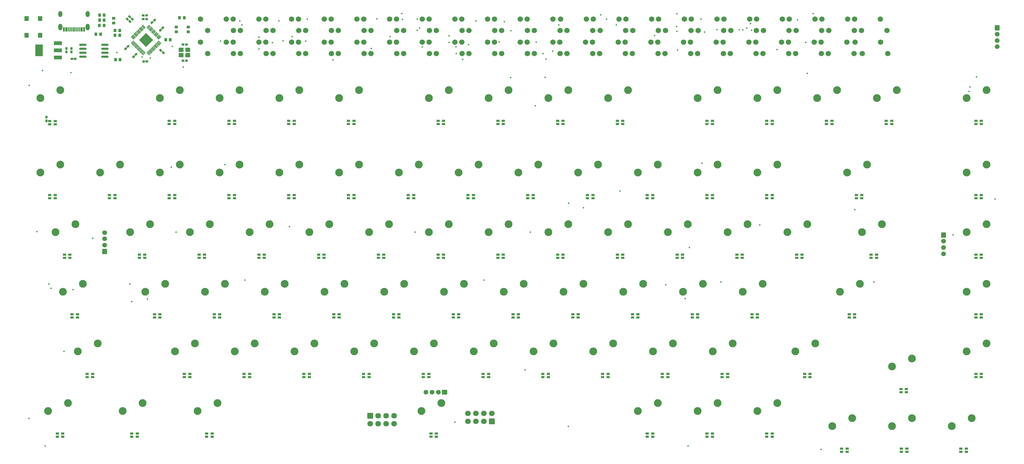
<source format=gts>
G04 Layer: TopSolderMaskLayer*
G04 EasyEDA Pro v2.1.51.8c9149c1.e57db4, 2024-03-19 08:44:46*
G04 Gerber Generator version 0.3*
G04 Scale: 100 percent, Rotated: No, Reflected: No*
G04 Dimensions in millimeters*
G04 Leading zeros omitted, absolute positions, 3 integers and 5 decimals*
%FSLAX35Y35*%
%MOMM*%
%AMRoundRect*1,1,$1,$2,$3*1,1,$1,$4,$5*1,1,$1,0-$2,0-$3*1,1,$1,0-$4,0-$5*20,1,$1,$2,$3,$4,$5,0*20,1,$1,$4,$5,0-$2,0-$3,0*20,1,$1,0-$2,0-$3,0-$4,0-$5,0*20,1,$1,0-$4,0-$5,$2,$3,0*4,1,4,$2,$3,$4,$5,0-$2,0-$3,0-$4,0-$5,$2,$3,0*%
%AMOval*1,1,$1,$2,$3*1,1,$1,$4,$5*20,1,$1,$2,$3,$4,$5,0*%
%ADD10RoundRect,0.08771X0.27695X0.40199X0.27695X-0.40199*%
%ADD11C,2.4892*%
%ADD12RoundRect,0.07502X-0.4773X-0.3182X0.3182X0.4773*%
%ADD13RoundRect,0.07502X0.3182X-0.4773X-0.4773X0.3182*%
%ADD14RoundRect,0.07502X0.4773X0.3182X-0.3182X-0.4773*%
%ADD15RoundRect,0.0801X-0.3182X0.4773X0.4773X-0.3182*%
%ADD16RoundRect,0.07502X-0.3182X0.4773X0.4773X-0.3182*%
%ADD17RoundRect,0.09699X-2.19417X0.0X0.0X2.19417*%
%ADD18RoundRect,0.09368X-1.25396X0.55396X1.25396X0.55396*%
%ADD19RoundRect,0.09754X-1.17203X1.80203X1.17203X1.80203*%
%ADD20RoundRect,0.08109X0.16026X-0.66026X-0.16026X-0.66026*%
%ADD21Oval,1.3016X0.0X-0.3X0.0X0.3*%
%ADD22Oval,1.3016X0.0X-0.4X0.0X0.4*%
%ADD23RoundRect,0.08771X-0.27695X-0.40199X-0.27695X0.40199*%
%ADD24RoundRect,0.08771X-0.48008X-0.08842X0.08842X0.48008*%
%ADD25RoundRect,0.08771X0.08842X-0.48008X-0.48008X0.08842*%
%ADD26RoundRect,0.08771X0.48008X0.08842X-0.08842X-0.48008*%
%ADD27RoundRect,0.08771X0.40199X-0.27695X-0.40199X-0.27695*%
%ADD28RoundRect,0.08771X-0.08842X0.48008X0.48008X-0.08842*%
%ADD29RoundRect,0.08771X-0.40199X0.27695X0.40199X0.27695*%
%ADD30O,2.35161X0.7316*%
%ADD31RoundRect,0.09138X-0.40835X0.43712X0.40835X0.43712*%
%ADD32RoundRect,0.0944X-0.6186X0.6836X0.6186X0.6836*%
%ADD33RoundRect,0.09424X-0.70368X0.60368X0.70368X0.60368*%
%ADD34RoundRect,0.09138X0.40835X-0.43712X-0.40835X-0.43712*%
%ADD35C,1.7016*%
%ADD36RoundRect,0.09138X-0.43712X-0.40835X-0.43712X0.40835*%
%ADD37RoundRect,0.09138X0.43712X0.40835X0.43712X-0.40835*%
%ADD38C,1.5016*%
%ADD39RoundRect,0.09516X-0.70322X-0.76522X-0.70322X0.76522*%
%ADD40RoundRect,0.09516X0.70322X0.76522X0.70322X-0.76522*%
%ADD41RoundRect,0.09516X0.76522X-0.70322X-0.76522X-0.70322*%
%ADD42RoundRect,0.09618X-0.85271X0.85271X0.85271X0.85271*%
%ADD43C,1.8016*%
%ADD44RoundRect,0.09618X0.85271X-0.85271X-0.85271X-0.85271*%
%ADD45RoundRect,0.08875X-0.43143X0.30643X0.43143X0.30643*%
%ADD46RoundRect,0.08875X0.43143X-0.30643X-0.43143X-0.30643*%
%ADD47C,0.5*%
G75*


G04 Pad Start*
G54D10*
G01X762000Y11074400D03*
G01X762000Y10960100D03*
G54D11*
G01X19621500Y9309100D03*
G01X20256500Y9563100D03*
G01X2476500Y9309100D03*
G01X3111500Y9563100D03*
G01X4381500Y9309100D03*
G01X5016500Y9563100D03*
G01X6286500Y9309100D03*
G01X6921500Y9563100D03*
G01X8191500Y9309100D03*
G01X8826500Y9563100D03*
G01X10096500Y9309100D03*
G01X10731500Y9563100D03*
G01X12001500Y9309100D03*
G01X12636500Y9563100D03*
G01X13906500Y9309100D03*
G01X14541500Y9563100D03*
G01X15811500Y9309100D03*
G01X16446500Y9563100D03*
G01X17716500Y9309100D03*
G01X18351500Y9563100D03*
G54D12*
G01X3502122Y13471010D03*
G01X3530410Y13442722D03*
G01X3558698Y13414434D03*
G01X3586985Y13386146D03*
G01X3615255Y13357877D03*
G01X3643543Y13329589D03*
G01X3671831Y13301301D03*
G01X3700119Y13273013D03*
G01X3728407Y13244725D03*
G01X3756676Y13216455D03*
G01X3784964Y13188168D03*
G01X3813252Y13159880D03*
G01X3841540Y13131592D03*
G01X3869828Y13103304D03*
G54D13*
G01X4004190Y13103322D03*
G01X4032460Y13131592D03*
G01X4060748Y13159880D03*
G01X4089036Y13188168D03*
G01X4117323Y13216455D03*
G01X4145611Y13244743D03*
G01X4173881Y13273013D03*
G01X4202169Y13301301D03*
G01X4230457Y13329589D03*
G01X4258745Y13357877D03*
G01X4287032Y13386164D03*
G01X4315302Y13414434D03*
G01X4343590Y13442722D03*
G01X4371878Y13471010D03*
G54D14*
G01X4371896Y13605372D03*
G01X4343608Y13633660D03*
G01X4315320Y13661948D03*
G01X4287032Y13690236D03*
G01X4258745Y13718524D03*
G01X4230475Y13746793D03*
G01X4202187Y13775081D03*
G01X4173899Y13803369D03*
G01X4145611Y13831657D03*
G01X4117323Y13859945D03*
G01X4089054Y13888215D03*
G01X4060766Y13916502D03*
G01X4032478Y13944790D03*
G01X4004190Y13973078D03*
G54D16*
G01X3869828Y13973060D03*
G01X3841540Y13944772D03*
G01X3813252Y13916484D03*
G01X3784982Y13888215D03*
G01X3756694Y13859927D03*
G01X3728407Y13831639D03*
G01X3700119Y13803351D03*
G01X3671831Y13775063D03*
G01X3643561Y13746793D03*
G01X3615273Y13718506D03*
G01X3586985Y13690218D03*
G01X3558698Y13661930D03*
G01X3530410Y13633642D03*
G01X3502140Y13605372D03*
G54D17*
G01X3937000Y13538200D03*
G54D18*
G01X1122495Y12978003D03*
G01X1122495Y13208000D03*
G01X1122495Y13437997D03*
G54D19*
G01X528503Y13208000D03*
G54D20*
G01X1813306Y13874986D03*
G01X1763293Y13874986D03*
G01X1713306Y13874986D03*
G01X1663294Y13874986D03*
G01X1613306Y13874986D03*
G01X1563294Y13874986D03*
G01X1513332Y13874986D03*
G01X1463294Y13874986D03*
G01X1973301Y13874986D03*
G01X1943303Y13874986D03*
G01X1893291Y13874986D03*
G01X1863293Y13874986D03*
G01X1413307Y13874986D03*
G01X1383284Y13874986D03*
G01X1333297Y13874986D03*
G01X1303299Y13874986D03*
G54D21*
G01X1205789Y14369811D03*
G54D22*
G01X1205789Y13951821D03*
G01X2070811Y13951821D03*
G54D21*
G01X2070811Y14369811D03*
G54D23*
G01X1397000Y13266217D03*
G01X1397000Y13157200D03*
G01X1562100Y13266217D03*
G01X1562100Y13157200D03*
G54D24*
G01X3365500Y13335000D03*
G01X3288414Y13257914D03*
G01X3619500Y13081000D03*
G01X3542414Y13003914D03*
G54D25*
G01X4406457Y13208443D03*
G01X4483543Y13131357D03*
G54D26*
G01X4393757Y13855257D03*
G01X4470843Y13932343D03*
G01X4127500Y14097000D03*
G01X4204586Y14174086D03*
G54D27*
G01X3857092Y12852400D03*
G01X3966108Y12852400D03*
G54D25*
G01X3416300Y14287500D03*
G01X3493386Y14210414D03*
G54D28*
G01X3416743Y14134657D03*
G01X3339657Y14211743D03*
G54D29*
G01X3953408Y14211300D03*
G01X3844392Y14211300D03*
G54D27*
G01X3844392Y14325600D03*
G01X3953408Y14325600D03*
G54D30*
G01X2626309Y13004800D03*
G01X2626309Y13131800D03*
G01X2626309Y13258800D03*
G01X2626309Y13385800D03*
G01X1920291Y13004800D03*
G01X1920291Y13131800D03*
G01X1920291Y13258800D03*
G01X1920291Y13385800D03*
G54D27*
G01X1571092Y12941300D03*
G01X1680108Y12941300D03*
G54D31*
G01X3110636Y12915900D03*
G01X2959964Y12915900D03*
G01X5155336Y14249400D03*
G01X5004664Y14249400D03*
G54D32*
G01X124409Y13690600D03*
G01X561391Y13690600D03*
G54D33*
G01X5050485Y13055600D03*
G01X5270500Y13055600D03*
G01X5270500Y13225602D03*
G01X5050485Y13225602D03*
G54D27*
G01X5114392Y12877800D03*
G01X5223408Y12877800D03*
G01X5114392Y13398500D03*
G01X5223408Y13398500D03*
G54D34*
G01X4561027Y13550900D03*
G01X4711700Y13550900D03*
G01X2948127Y13690600D03*
G01X3098800Y13690600D03*
G01X2947264Y13843000D03*
G01X3097936Y13843000D03*
G54D31*
G01X2602636Y14338300D03*
G01X2451964Y14338300D03*
G54D32*
G01X124409Y14224000D03*
G01X561391Y14224000D03*
G54D11*
G01X570998Y11684977D03*
G01X1205998Y11938977D03*
G01X4381500Y11684000D03*
G01X5016500Y11938000D03*
G01X8191500Y11684000D03*
G01X8826500Y11938000D03*
G01X6286500Y11684000D03*
G01X6921500Y11938000D03*
G01X14859000Y11684000D03*
G01X15494000Y11938000D03*
G01X16764000Y11684000D03*
G01X17399000Y11938000D03*
G01X12954000Y11684000D03*
G01X13589000Y11938000D03*
G01X10096500Y11684000D03*
G01X10731500Y11938000D03*
G01X21526500Y11684000D03*
G01X22161500Y11938000D03*
G01X23431500Y11684000D03*
G01X24066500Y11938000D03*
G01X27241500Y11684000D03*
G01X27876500Y11938000D03*
G01X25336500Y11684000D03*
G01X25971500Y11938000D03*
G01X18669000Y11684000D03*
G01X19304000Y11938000D03*
G01X21526500Y9309100D03*
G01X22161500Y9563100D03*
G01X23431500Y9309100D03*
G01X24066500Y9563100D03*
G01X571500Y9309100D03*
G01X1206500Y9563100D03*
G01X1047997Y7403986D03*
G01X1682997Y7657986D03*
G01X3429000Y7404100D03*
G01X4064000Y7658100D03*
G01X7239000Y7404100D03*
G01X7874000Y7658100D03*
G01X5334000Y7404100D03*
G01X5969000Y7658100D03*
G01X12954000Y7404100D03*
G01X13589000Y7658100D03*
G01X14859000Y7404100D03*
G01X15494000Y7658100D03*
G01X11049000Y7404100D03*
G01X11684000Y7658100D03*
G01X9144000Y7404100D03*
G01X9779000Y7658100D03*
G01X18669000Y7404100D03*
G01X19304000Y7658100D03*
G01X20574000Y7404100D03*
G01X21209000Y7658100D03*
G01X24384000Y7404100D03*
G01X25019000Y7658100D03*
G01X22479000Y7404100D03*
G01X23114000Y7658100D03*
G01X16764000Y7404100D03*
G01X17399000Y7658100D03*
G01X26764946Y7402986D03*
G01X27399946Y7656986D03*
G01X26289000Y9309100D03*
G01X26924000Y9563100D03*
G01X30099000Y5499100D03*
G01X30734000Y5753100D03*
G01X30099000Y3594100D03*
G01X30734000Y3848100D03*
G01X18199100Y3594100D03*
G01X18834100Y3848100D03*
G01X24638000Y3594100D03*
G01X25273000Y3848100D03*
G01X27717944Y3111994D03*
G01X28352944Y3365994D03*
G01X22009100Y3594100D03*
G01X22644100Y3848100D03*
G01X20104100Y3594100D03*
G01X20739100Y3848100D03*
G01X10579100Y3594100D03*
G01X11214100Y3848100D03*
G01X12484100Y3594100D03*
G01X13119100Y3848100D03*
G01X16294100Y3594100D03*
G01X16929100Y3848100D03*
G01X14389100Y3594100D03*
G01X15024100Y3848100D03*
G01X6769100Y3594100D03*
G01X7404100Y3848100D03*
G01X8674100Y3594100D03*
G01X9309100Y3848100D03*
G01X4864100Y3594100D03*
G01X5499100Y3848100D03*
G01X1761996Y3593993D03*
G01X2396996Y3847993D03*
G01X1286997Y5498990D03*
G01X1921997Y5752990D03*
G01X3911600Y5499100D03*
G01X4546600Y5753100D03*
G01X7721600Y5499100D03*
G01X8356600Y5753100D03*
G01X5816600Y5499100D03*
G01X6451600Y5753100D03*
G01X13436600Y5499100D03*
G01X14071600Y5753100D03*
G01X15341600Y5499100D03*
G01X15976600Y5753100D03*
G01X11531600Y5499100D03*
G01X12166600Y5753100D03*
G01X9626600Y5499100D03*
G01X10261600Y5753100D03*
G01X19151600Y5499100D03*
G01X19786600Y5753100D03*
G01X21056600Y5499100D03*
G01X21691600Y5753100D03*
G01X26056947Y5497990D03*
G01X26691947Y5751990D03*
G01X22961600Y5499100D03*
G01X23596600Y5753100D03*
G01X17246600Y5499100D03*
G01X17881600Y5753100D03*
G01X813998Y1688598D03*
G01X1448998Y1942598D03*
G01X3189993Y1688997D03*
G01X3824993Y1942997D03*
G01X12715974Y1688997D03*
G01X13350974Y1942997D03*
G01X5576988Y1688997D03*
G01X6211988Y1942997D03*
G01X21526500Y1689100D03*
G01X22161500Y1943100D03*
G01X23431500Y1689100D03*
G01X24066500Y1943100D03*
G01X19621500Y1689100D03*
G01X20256500Y1943100D03*
G01X30099000Y11684000D03*
G01X30734000Y11938000D03*
G01X27717944Y1206998D03*
G01X28352944Y1460998D03*
G01X25812948Y1206998D03*
G01X26447948Y1460998D03*
G01X29622940Y1206998D03*
G01X30257940Y1460998D03*
G54D35*
G01X6493304Y14211303D03*
G01X5673291Y14211303D03*
G01X7534704Y13474703D03*
G01X6714691Y13474703D03*
G01X9617504Y14211303D03*
G01X8797491Y14211303D03*
G01X10658904Y13474703D03*
G01X9838891Y13474703D03*
G01X12741704Y14211303D03*
G01X11921691Y14211303D03*
G01X13783104Y13474703D03*
G01X12963091Y13474703D03*
G01X15865904Y14211303D03*
G01X15045891Y14211303D03*
G01X16907304Y13474703D03*
G01X16087291Y13474703D03*
G01X19015504Y14211303D03*
G01X18195491Y14211303D03*
G01X20031504Y13474703D03*
G01X19211491Y13474703D03*
G01X21301504Y13106403D03*
G01X20481491Y13106403D03*
G01X23397004Y13843003D03*
G01X22576991Y13843003D03*
G01X24425704Y13106403D03*
G01X23605691Y13106403D03*
G01X6721904Y13843003D03*
G01X5901891Y13843003D03*
G01X7763304Y13106403D03*
G01X6943291Y13106403D03*
G01X9846104Y13843003D03*
G01X9026091Y13843003D03*
G01X10887504Y13106403D03*
G01X10067491Y13106403D03*
G01X12970304Y13843003D03*
G01X12150291Y13843003D03*
G01X14011704Y13106403D03*
G01X13191691Y13106403D03*
G01X16094504Y13843003D03*
G01X15274491Y13843003D03*
G01X17135904Y13106403D03*
G01X16315891Y13106403D03*
G01X19231404Y13843003D03*
G01X18411391Y13843003D03*
G01X20260104Y13106403D03*
G01X19440091Y13106403D03*
G01X22139704Y14211303D03*
G01X21319691Y14211303D03*
G01X23155704Y13474703D03*
G01X22335691Y13474703D03*
G01X25263904Y14211303D03*
G01X24443891Y14211303D03*
G01X26521204Y13843003D03*
G01X25701191Y13843003D03*
G01X6493304Y13474703D03*
G01X5673291Y13474703D03*
G01X8576104Y14211303D03*
G01X7756091Y14211303D03*
G01X9617504Y13474703D03*
G01X8797491Y13474703D03*
G01X11700304Y14211303D03*
G01X10880291Y14211303D03*
G01X12741704Y13474703D03*
G01X11921691Y13474703D03*
G01X14824504Y14211303D03*
G01X14004491Y14211303D03*
G01X15865904Y13474703D03*
G01X15045891Y13474703D03*
G01X17974104Y14211303D03*
G01X17154091Y14211303D03*
G01X18990104Y13474703D03*
G01X18170091Y13474703D03*
G01X21098304Y14211303D03*
G01X20278291Y14211303D03*
G01X22355604Y13843003D03*
G01X21535591Y13843003D03*
G01X23384304Y13106403D03*
G01X22564291Y13106403D03*
G01X25479804Y13843003D03*
G01X24659791Y13843003D03*
G01X26279904Y13474703D03*
G01X25459891Y13474703D03*
G01X6721904Y13106403D03*
G01X5901891Y13106403D03*
G01X8804704Y13843003D03*
G01X7984691Y13843003D03*
G01X9846104Y13106403D03*
G01X9026091Y13106403D03*
G01X11928904Y13843003D03*
G01X11108891Y13843003D03*
G01X12970304Y13106403D03*
G01X12150291Y13106403D03*
G01X15053104Y13843003D03*
G01X14233091Y13843003D03*
G01X16094504Y13106403D03*
G01X15274491Y13106403D03*
G01X18177304Y13843003D03*
G01X17357291Y13843003D03*
G01X19218704Y13106403D03*
G01X18398691Y13106403D03*
G01X21314204Y13843003D03*
G01X20494191Y13843003D03*
G01X22114304Y13474703D03*
G01X21294291Y13474703D03*
G01X24222504Y14211303D03*
G01X23402491Y14211303D03*
G01X25238504Y13474703D03*
G01X24418491Y13474703D03*
G01X26508504Y13106403D03*
G01X25688491Y13106403D03*
G01X7534704Y14211303D03*
G01X6714691Y14211303D03*
G01X8576104Y13474703D03*
G01X7756091Y13474703D03*
G01X10658904Y14211303D03*
G01X9838891Y14211303D03*
G01X11700304Y13474703D03*
G01X10880291Y13474703D03*
G01X13783104Y14211303D03*
G01X12963091Y14211303D03*
G01X14824504Y13474703D03*
G01X14004491Y13474703D03*
G01X16907304Y14211303D03*
G01X16087291Y14211303D03*
G01X17948704Y13474703D03*
G01X17128691Y13474703D03*
G01X20056904Y14211303D03*
G01X19236891Y14211303D03*
G01X21072904Y13474703D03*
G01X20252891Y13474703D03*
G01X22342904Y13106403D03*
G01X21522891Y13106403D03*
G01X24438404Y13843003D03*
G01X23618391Y13843003D03*
G01X25467104Y13106403D03*
G01X24647091Y13106403D03*
G01X27346704Y14211303D03*
G01X26526691Y14211303D03*
G01X7763304Y13843003D03*
G01X6943291Y13843003D03*
G01X8804704Y13106403D03*
G01X7984691Y13106403D03*
G01X10887504Y13843003D03*
G01X10067491Y13843003D03*
G01X11928904Y13106403D03*
G01X11108891Y13106403D03*
G01X14011704Y13843003D03*
G01X13191691Y13843003D03*
G01X15053104Y13106403D03*
G01X14233091Y13106403D03*
G01X17135904Y13843003D03*
G01X16315891Y13843003D03*
G01X23181104Y14211303D03*
G01X22361091Y14211303D03*
G01X24197104Y13474703D03*
G01X23377091Y13474703D03*
G01X26305304Y14211303D03*
G01X25485291Y14211303D03*
G01X27562604Y13843003D03*
G01X26742591Y13843003D03*
G54D11*
G01X30099000Y7404100D03*
G01X30734000Y7658100D03*
G54D35*
G01X18177304Y13106403D03*
G01X17357291Y13106403D03*
G54D11*
G01X30099000Y9309100D03*
G01X30734000Y9563100D03*
G54D35*
G01X20272804Y13843003D03*
G01X19452791Y13843003D03*
G54D36*
G01X5283200Y13957300D03*
G01X5283200Y13806627D03*
G54D31*
G01X2602636Y14173200D03*
G01X2451964Y14173200D03*
G01X2601773Y14008100D03*
G01X2451100Y14008100D03*
G01X2488336Y13728700D03*
G01X2337664Y13728700D03*
G54D37*
G01X2908300Y14085164D03*
G01X2908300Y14235836D03*
G54D36*
G01X4902200Y13957300D03*
G01X4902200Y13806627D03*
G54D38*
G01X2616200Y7386599D03*
G01X2616200Y7186600D03*
G01X2616200Y6986600D03*
G54D39*
G01X2616200Y6786601D03*
G54D38*
G01X31076900Y13327101D03*
G01X31076900Y13527100D03*
G01X31076900Y13727100D03*
G54D40*
G01X31076900Y13927099D03*
G54D38*
G01X12857201Y2286000D03*
G01X13057200Y2286000D03*
G01X13257200Y2286000D03*
G54D41*
G01X13457199Y2286000D03*
G54D38*
G01X29362400Y6710401D03*
G01X29362400Y6910400D03*
G01X29362400Y7110400D03*
G54D40*
G01X29362400Y7310399D03*
G54D42*
G01X11087100Y1536700D03*
G54D43*
G01X11087100Y1282700D03*
G01X11341100Y1536700D03*
G01X11341100Y1282700D03*
G01X11595100Y1536700D03*
G01X11595100Y1282700D03*
G01X11849100Y1536700D03*
G01X11849100Y1282700D03*
G54D44*
G01X14960600Y1358900D03*
G54D43*
G01X14960600Y1612900D03*
G01X14706600Y1358900D03*
G01X14706600Y1612900D03*
G01X14452600Y1358900D03*
G01X14452600Y1612900D03*
G01X14198600Y1358900D03*
G01X14198600Y1612900D03*
G54D45*
G01X865505Y10946600D03*
G01X865505Y10846600D03*
G01X1039495Y10846600D03*
G01X1039495Y10946600D03*
G01X4675505Y10959300D03*
G01X4675505Y10859300D03*
G01X4849495Y10859300D03*
G01X4849495Y10959300D03*
G01X6580505Y10959300D03*
G01X6580505Y10859300D03*
G01X6754495Y10859300D03*
G01X6754495Y10959300D03*
G01X8485505Y10959300D03*
G01X8485505Y10859300D03*
G01X8659495Y10859300D03*
G01X8659495Y10959300D03*
G01X10390505Y10959300D03*
G01X10390505Y10859300D03*
G01X10564495Y10859300D03*
G01X10564495Y10959300D03*
G01X13248005Y10959300D03*
G01X13248005Y10859300D03*
G01X13421995Y10859300D03*
G01X13421995Y10959300D03*
G01X15153005Y10959300D03*
G01X15153005Y10859300D03*
G01X15326995Y10859300D03*
G01X15326995Y10959300D03*
G01X17058005Y10959300D03*
G01X17058005Y10859300D03*
G01X17231995Y10859300D03*
G01X17231995Y10959300D03*
G01X18963005Y10959300D03*
G01X18963005Y10859300D03*
G01X19136995Y10859300D03*
G01X19136995Y10959300D03*
G01X21820505Y10959300D03*
G01X21820505Y10859300D03*
G01X21994495Y10859300D03*
G01X21994495Y10959300D03*
G01X23725505Y10959300D03*
G01X23725505Y10859300D03*
G01X23899495Y10859300D03*
G01X23899495Y10959300D03*
G01X25630505Y10959300D03*
G01X25630505Y10859300D03*
G01X25804495Y10859300D03*
G01X25804495Y10959300D03*
G01X27535505Y10959300D03*
G01X27535505Y10859300D03*
G01X27709495Y10859300D03*
G01X27709495Y10959300D03*
G01X30393005Y10959300D03*
G01X30393005Y10859300D03*
G01X30566995Y10859300D03*
G01X30566995Y10959300D03*
G54D46*
G01X30566995Y8484400D03*
G01X30566995Y8584400D03*
G01X30393005Y8584400D03*
G01X30393005Y8484400D03*
G01X26756995Y8484400D03*
G01X26756995Y8584400D03*
G01X26583005Y8584400D03*
G01X26583005Y8484400D03*
G01X23899495Y8484400D03*
G01X23899495Y8584400D03*
G01X23725505Y8584400D03*
G01X23725505Y8484400D03*
G01X21994495Y8484400D03*
G01X21994495Y8584400D03*
G01X21820505Y8584400D03*
G01X21820505Y8484400D03*
G01X20089495Y8484400D03*
G01X20089495Y8584400D03*
G01X19915505Y8584400D03*
G01X19915505Y8484400D03*
G01X18184495Y8484400D03*
G01X18184495Y8584400D03*
G01X18010505Y8584400D03*
G01X18010505Y8484400D03*
G01X16279495Y8484400D03*
G01X16279495Y8584400D03*
G01X16105505Y8584400D03*
G01X16105505Y8484400D03*
G01X14374495Y8484400D03*
G01X14374495Y8584400D03*
G01X14200505Y8584400D03*
G01X14200505Y8484400D03*
G01X12469495Y8484400D03*
G01X12469495Y8584400D03*
G01X12295505Y8584400D03*
G01X12295505Y8484400D03*
G01X10564495Y8484400D03*
G01X10564495Y8584400D03*
G01X10390505Y8584400D03*
G01X10390505Y8484400D03*
G01X8659495Y8484400D03*
G01X8659495Y8584400D03*
G01X8485505Y8584400D03*
G01X8485505Y8484400D03*
G01X6754495Y8484400D03*
G01X6754495Y8584400D03*
G01X6580505Y8584400D03*
G01X6580505Y8484400D03*
G01X4849495Y8484400D03*
G01X4849495Y8584400D03*
G01X4675505Y8584400D03*
G01X4675505Y8484400D03*
G01X2944495Y8484400D03*
G01X2944495Y8584400D03*
G01X2770505Y8584400D03*
G01X2770505Y8484400D03*
G01X1039495Y8484400D03*
G01X1039495Y8584400D03*
G01X865505Y8584400D03*
G01X865505Y8484400D03*
G54D45*
G01X1335405Y6679400D03*
G01X1335405Y6579400D03*
G01X1509395Y6579400D03*
G01X1509395Y6679400D03*
G54D46*
G01X15809595Y4674400D03*
G01X15809595Y4774400D03*
G01X15635605Y4774400D03*
G01X15635605Y4674400D03*
G01X13904595Y4674400D03*
G01X13904595Y4774400D03*
G01X13730605Y4774400D03*
G01X13730605Y4674400D03*
G01X11999595Y4674400D03*
G01X11999595Y4774400D03*
G01X11825605Y4774400D03*
G01X11825605Y4674400D03*
G01X10094595Y4674400D03*
G01X10094595Y4774400D03*
G01X9920605Y4774400D03*
G01X9920605Y4674400D03*
G01X8189595Y4674400D03*
G01X8189595Y4774400D03*
G01X8015605Y4774400D03*
G01X8015605Y4674400D03*
G01X6284595Y4674400D03*
G01X6284595Y4774400D03*
G01X6110605Y4774400D03*
G01X6110605Y4674400D03*
G01X4379595Y4674400D03*
G01X4379595Y4774400D03*
G01X4205605Y4774400D03*
G01X4205605Y4674400D03*
G01X1750695Y4674400D03*
G01X1750695Y4774400D03*
G01X1576705Y4774400D03*
G01X1576705Y4674400D03*
G54D45*
G01X2059305Y2869400D03*
G01X2059305Y2769400D03*
G01X2233295Y2769400D03*
G01X2233295Y2869400D03*
G01X5158105Y2869400D03*
G01X5158105Y2769400D03*
G01X5332095Y2769400D03*
G01X5332095Y2869400D03*
G01X22773005Y6679400D03*
G01X22773005Y6579400D03*
G01X22946995Y6579400D03*
G01X22946995Y6679400D03*
G01X24678005Y6679400D03*
G01X24678005Y6579400D03*
G01X24851995Y6579400D03*
G01X24851995Y6679400D03*
G01X27052905Y6679400D03*
G01X27052905Y6579400D03*
G01X27226895Y6579400D03*
G01X27226895Y6679400D03*
G01X30393005Y6679400D03*
G01X30393005Y6579400D03*
G01X30566995Y6579400D03*
G01X30566995Y6679400D03*
G54D46*
G01X30566995Y4674400D03*
G01X30566995Y4774400D03*
G01X30393005Y4774400D03*
G01X30393005Y4674400D03*
G01X26528395Y4674400D03*
G01X26528395Y4774400D03*
G01X26354405Y4774400D03*
G01X26354405Y4674400D03*
G01X23429595Y4674400D03*
G01X23429595Y4774400D03*
G01X23255605Y4774400D03*
G01X23255605Y4674400D03*
G01X21524595Y4674400D03*
G01X21524595Y4774400D03*
G01X21350605Y4774400D03*
G01X21350605Y4674400D03*
G01X19619595Y4674400D03*
G01X19619595Y4774400D03*
G01X19445605Y4774400D03*
G01X19445605Y4674400D03*
G01X17714595Y4674400D03*
G01X17714595Y4774400D03*
G01X17540605Y4774400D03*
G01X17540605Y4674400D03*
G54D45*
G01X3723005Y6679400D03*
G01X3723005Y6579400D03*
G01X3896995Y6579400D03*
G01X3896995Y6679400D03*
G01X5628005Y6679400D03*
G01X5628005Y6579400D03*
G01X5801995Y6579400D03*
G01X5801995Y6679400D03*
G01X7533005Y6679400D03*
G01X7533005Y6579400D03*
G01X7706995Y6579400D03*
G01X7706995Y6679400D03*
G01X9438005Y6679400D03*
G01X9438005Y6579400D03*
G01X9611995Y6579400D03*
G01X9611995Y6679400D03*
G01X11343005Y6679400D03*
G01X11343005Y6579400D03*
G01X11516995Y6579400D03*
G01X11516995Y6679400D03*
G01X13248005Y6679400D03*
G01X13248005Y6579400D03*
G01X13421995Y6579400D03*
G01X13421995Y6679400D03*
G01X15153005Y6679400D03*
G01X15153005Y6579400D03*
G01X15326995Y6579400D03*
G01X15326995Y6679400D03*
G01X17058005Y6679400D03*
G01X17058005Y6579400D03*
G01X17231995Y6579400D03*
G01X17231995Y6679400D03*
G01X18963005Y6679400D03*
G01X18963005Y6579400D03*
G01X19136995Y6579400D03*
G01X19136995Y6679400D03*
G01X20868005Y6679400D03*
G01X20868005Y6579400D03*
G01X21041995Y6579400D03*
G01X21041995Y6679400D03*
G01X28005405Y2386800D03*
G01X28005405Y2286800D03*
G01X28179395Y2286800D03*
G01X28179395Y2386800D03*
G01X30393005Y2869400D03*
G01X30393005Y2769400D03*
G01X30566995Y2769400D03*
G01X30566995Y2869400D03*
G54D46*
G01X30090935Y384599D03*
G01X30090935Y484599D03*
G01X29916945Y484599D03*
G01X29916945Y384599D03*
G01X28192095Y381800D03*
G01X28192095Y481800D03*
G01X28018105Y481800D03*
G01X28018105Y381800D03*
G01X26287095Y381800D03*
G01X26287095Y481800D03*
G01X26113105Y481800D03*
G01X26113105Y381800D03*
G01X23899495Y864400D03*
G01X23899495Y964400D03*
G01X23725505Y964400D03*
G01X23725505Y864400D03*
G01X21994495Y864400D03*
G01X21994495Y964400D03*
G01X21820505Y964400D03*
G01X21820505Y864400D03*
G01X20089495Y864400D03*
G01X20089495Y964400D03*
G01X19915505Y964400D03*
G01X19915505Y864400D03*
G01X13193395Y864400D03*
G01X13193395Y964400D03*
G01X13019405Y964400D03*
G01X13019405Y864400D03*
G01X6043295Y864400D03*
G01X6043295Y964400D03*
G01X5869305Y964400D03*
G01X5869305Y864400D03*
G54D45*
G01X7063105Y2869400D03*
G01X7063105Y2769400D03*
G01X7237095Y2769400D03*
G01X7237095Y2869400D03*
G01X8968105Y2869400D03*
G01X8968105Y2769400D03*
G01X9142095Y2769400D03*
G01X9142095Y2869400D03*
G01X10873105Y2869400D03*
G01X10873105Y2769400D03*
G01X11047095Y2769400D03*
G01X11047095Y2869400D03*
G01X12778105Y2869400D03*
G01X12778105Y2769400D03*
G01X12952095Y2769400D03*
G01X12952095Y2869400D03*
G01X14683105Y2869400D03*
G01X14683105Y2769400D03*
G01X14857095Y2769400D03*
G01X14857095Y2869400D03*
G01X16588105Y2869400D03*
G01X16588105Y2769400D03*
G01X16762095Y2769400D03*
G01X16762095Y2869400D03*
G01X18493105Y2869400D03*
G01X18493105Y2769400D03*
G01X18667095Y2769400D03*
G01X18667095Y2869400D03*
G01X20398105Y2869400D03*
G01X20398105Y2769400D03*
G01X20572095Y2769400D03*
G01X20572095Y2869400D03*
G01X22303105Y2869400D03*
G01X22303105Y2769400D03*
G01X22477095Y2769400D03*
G01X22477095Y2869400D03*
G01X24932005Y2869400D03*
G01X24932005Y2769400D03*
G01X25105995Y2769400D03*
G01X25105995Y2869400D03*
G54D46*
G01X3655695Y864400D03*
G01X3655695Y964400D03*
G01X3481705Y964400D03*
G01X3481705Y864400D03*
G01X1280795Y864400D03*
G01X1280795Y964400D03*
G01X1106805Y964400D03*
G01X1106805Y864400D03*
G54D35*
G01X27588007Y13106403D03*
G01X26767993Y13106403D03*
G01X27359404Y13474703D03*
G01X26539391Y13474703D03*
G04 Pad End*

G04 Via Start*
G54D47*
G01X630923Y12563031D03*
G01X20508022Y5718604D03*
G01X21126450Y5276609D03*
G01X23089723Y13923986D03*
G01X3423924Y5740743D03*
G01X3981450Y5267239D03*
G01X4738376Y9473917D03*
G01X4897126Y7402226D03*
G01X6452879Y9564974D03*
G01X8593922Y13650302D03*
G01X7087849Y5867743D03*
G01X8510249Y7582246D03*
G01X11722100Y13652500D03*
G01X13825057Y13106403D03*
G01X12517139Y7402226D03*
G01X16017293Y3003092D03*
G01X15571360Y13834452D03*
G01X14707849Y5867743D03*
G01X17407344Y8325568D03*
G01X16903700Y13182600D03*
G01X16192500Y7404100D03*
G01X19051255Y8711393D03*
G01X16352424Y11441640D03*
G01X17878173Y8184304D03*
G01X9079135Y14211300D03*
G01X12112086Y14201190D03*
G01X18618200Y14211300D03*
G01X12580515Y13856187D03*
G01X16595193Y13106403D03*
G01X17097714Y14027153D03*
G01X18935700Y14020800D03*
G01X6924191Y14150704D03*
G01X8170867Y14150704D03*
G01X15198191Y13482657D03*
G01X20853400Y13970000D03*
G01X23207701Y14061144D03*
G01X6992116Y14021312D03*
G01X7965591Y13452941D03*
G01X14213991Y13393124D03*
G01X22959669Y13862223D03*
G01X23241000Y13855700D03*
G01X7538547Y13637091D03*
G01X8305800Y13512800D03*
G01X9025981Y13504419D03*
G01X12090400Y14389100D03*
G01X13817600Y13322300D03*
G01X18435283Y14348806D03*
G01X20149973Y13684294D03*
G01X20878800Y13220700D03*
G01X24053800Y13233400D03*
G01X25209500Y14387936D03*
G01X7538547Y13254019D03*
G01X6310369Y13508694D03*
G01X11115159Y13268791D03*
G01X9899585Y12905362D03*
G01X16378067Y13474703D03*
G01X16685253Y12934293D03*
G01X22140867Y13868444D03*
G01X24704195Y14179907D03*
G01X453999Y7417985D03*
G01X834803Y5740688D03*
G01X1320800Y3594100D03*
G01X4483100Y13131800D03*
G01X12580515Y14212528D03*
G01X21741856Y13797919D03*
G01X20866100Y13817600D03*
G01X24968200Y13462000D03*
G01X12661900Y13919200D03*
G01X12742867Y13318323D03*
G01X13600169Y13462551D03*
G01X13600169Y13679807D03*
G01X15361083Y14123344D03*
G01X29667200Y7315200D03*
G01X21656112Y9603423D03*
G01X22265714Y5806459D03*
G01X25019000Y12471400D03*
G01X16662400Y12344400D03*
G01X15560092Y12335881D03*
G01X5122178Y12679937D03*
G01X4774553Y13336818D03*
G01X26532928Y8122042D03*
G01X23507700Y7632700D03*
G01X27142530Y5806459D03*
G01X30213300Y12039600D03*
G01X30412419Y12366165D03*
G01X30174525Y11900701D03*
G01X21259800Y6908800D03*
G01X3009900Y13144500D03*
G01X3806992Y12997974D03*
G01X4076700Y12966700D03*
G01X208695Y12090400D03*
G01X2238553Y7209171D03*
G01X21633906Y14206246D03*
G01X22851461Y13870773D03*
G01X14450993Y14150478D03*
G01X20863270Y14379146D03*
G01X14028279Y12921909D03*
G01X906539Y5607764D03*
G01X17399000Y1193800D03*
G01X21220355Y567226D03*
G01X25463500Y457200D03*
G01X3477123Y5184803D03*
G01X200048Y1447800D03*
G01X723900Y571500D03*
G01X1539245Y12500015D03*
G01X13780288Y1334771D03*
G01X31005984Y8462134D03*
G01X11291460Y14215947D03*
G01X1605746Y5564761D03*
G04 Via End*

M02*

</source>
